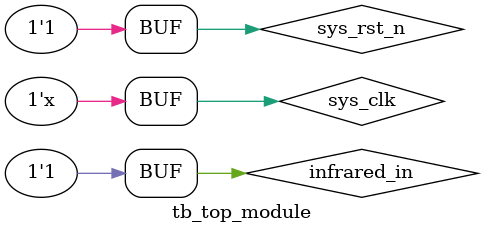
<source format=v>
`timescale 1ns / 1ps


module tb_top_module;

	// Inputs
	reg sys_clk;
	reg sys_rst_n;
	reg infrared_in;

	// Outputs
	wire [5:0] sel;
	wire [7:0] seg;
	wire led;

	// Instantiate the Unit Under Test (UUT)
	top_module uut (
		.sys_clk(sys_clk), 
		.sys_rst_n(sys_rst_n), 
		.infrared_in(infrared_in), 
		.sel(sel), 
		.seg(seg), 
		.led(led)
	);

	initial begin
		// Initialize Inputs
		sys_clk = 1'b1;
		sys_rst_n <= 1'b0;
		infrared_in <= 1'b1;

		// Wait 100 ns for global reset to finish
		#100;
        sys_rst_n <= 1'b1;

		// Add stimulus here
		#1000
		infrared_in <= 1'b0; #9000000
		infrared_in <= 1'b1; #4500000
		//address code: 8’h99
		//data code: 1
		infrared_in <= 1'b0; #560000
		infrared_in <= 1'b1; #1690000
		//data code: 0
		infrared_in <= 1'b0; #560000
		infrared_in <= 1'b1; #560000
		//data code: 0
		infrared_in <= 1'b0; #560000
		infrared_in <= 1'b1; #560000
		//data code: 1
		infrared_in <= 1'b0; #560000
		infrared_in <= 1'b1; #1690000
		//data code: 1
		infrared_in <= 1'b0; #560000
		infrared_in <= 1'b1; #1690000
		//data code: 0
		infrared_in <= 1'b0; #560000
		infrared_in <= 1'b1; #560000
		//data code: 0
		infrared_in <= 1'b0; #560000
		infrared_in <= 1'b1; #560000
		//data code: 1
		infrared_in <= 1'b0; #560000
		infrared_in <= 1'b1; #1690000
		//reversed address code: 8’h66
		//data code: 0
		infrared_in <= 1'b0; #560000
		infrared_in <= 1'b1; #560000
		//data code: 1
		infrared_in <= 1'b0; #560000
		infrared_in <= 1'b1; #1690000
		//data code: 1
		infrared_in <= 1'b0; #560000
		infrared_in <= 1'b1; #1690000
		//data code: 0
		infrared_in <= 1'b0; #560000
		infrared_in <= 1'b1; #560000
		//data code: 0
		infrared_in <= 1'b0; #560000
		infrared_in <= 1'b1; #560000
		//data code: 1
		infrared_in <= 1'b0; #560000
		infrared_in <= 1'b1; #1690000
		//data code: 1
		infrared_in <= 1'b0; #560000
		infrared_in <= 1'b1; #1690000
		//data code: 0
		infrared_in <= 1'b0; #560000
		infrared_in <= 1'b1; #560000
		//address code: 8’h22
		//data code: 0
		infrared_in <= 1'b0; #560000
		infrared_in <= 1'b1; #560000
		//data code: 1
		infrared_in <= 1'b0; #560000
		infrared_in <= 1'b1; #1690000
		//data code: 0
		infrared_in <= 1'b0; #560000
		infrared_in <= 1'b1; #560000
		//data code: 0
		infrared_in <= 1'b0; #560000
		infrared_in <= 1'b1; #560000
		//data code: 0
		infrared_in <= 1'b0; #560000
		infrared_in <= 1'b1; #560000
		//data code: 1
		infrared_in <= 1'b0; #560000
		infrared_in <= 1'b1; #1690000
		//data code: 0
		infrared_in <= 1'b0; #560000
		infrared_in <= 1'b1; #560000
		//data code: 0
		infrared_in <= 1'b0; #560000
		infrared_in <= 1'b1; #560000
		//reversed address code: 8’hdd
		//data code: 1
		infrared_in <= 1'b0; #560000
		infrared_in <= 1'b1; #1690000
		//data code: 0
		infrared_in <= 1'b0; #560000
		infrared_in <= 1'b1; #560000
		//data code: 1
		infrared_in <= 1'b0; #560000
		infrared_in <= 1'b1; #1690000
		//data code: 1
		infrared_in <= 1'b0; #560000
		infrared_in <= 1'b1; #1690000
		//data code: 1
		infrared_in <= 1'b0; #560000
		infrared_in <= 1'b1; #1690000
		//data code: 0
		infrared_in <= 1'b0; #560000
		infrared_in <= 1'b1; #560000
		//data code: 1
		infrared_in <= 1'b0; #560000
		infrared_in <= 1'b1; #1690000
		//data code: 1
		infrared_in <= 1'b0; #560000
		infrared_in <= 1'b1; #1690000
		//repeat code
		infrared_in <= 1'b0; #560000
		infrared_in <= 1'b1; #42000000
		infrared_in <= 1'b0; #9000000
		infrared_in <= 1'b1; #2250000
		infrared_in <= 1'b0; #560000
		infrared_in <= 1'b1;
	end

	always #10 sys_clk = ~sys_clk;
      
endmodule


</source>
